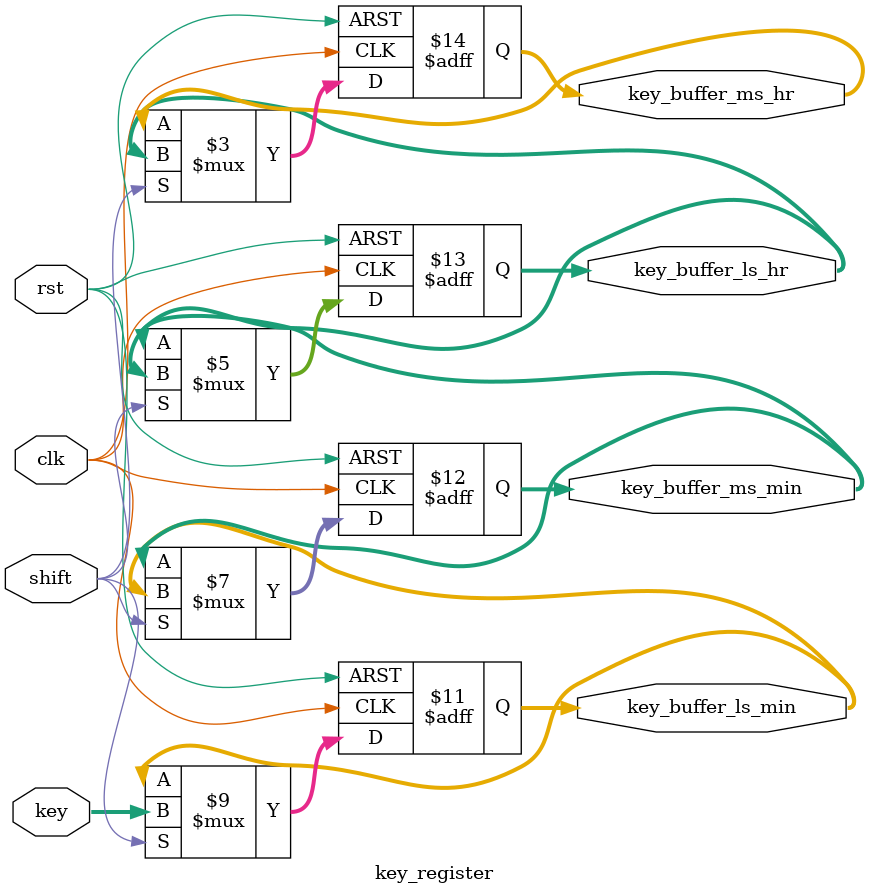
<source format=v>

module key_register (
input rst, clk,shift,
input [3:0]key,
output reg [3:0]  key_buffer_ls_min,
                  key_buffer_ms_min,
                  key_buffer_ls_hr,
                  key_buffer_ms_hr );
  
  always@(posedge clk or posedge rst)
    begin
      if(rst) begin 
        key_buffer_ls_min<=0;
        key_buffer_ms_min<=0;
        key_buffer_ls_hr<=0;
        key_buffer_ms_hr<=0;
      end
      
      else if(shift ==1) begin
        key_buffer_ms_hr<=key_buffer_ls_hr; 
        key_buffer_ls_hr<=key_buffer_ms_min;
        key_buffer_ms_min<=key_buffer_ls_min;
        key_buffer_ls_min<=key;

    
      end
    end
endmodule
</source>
